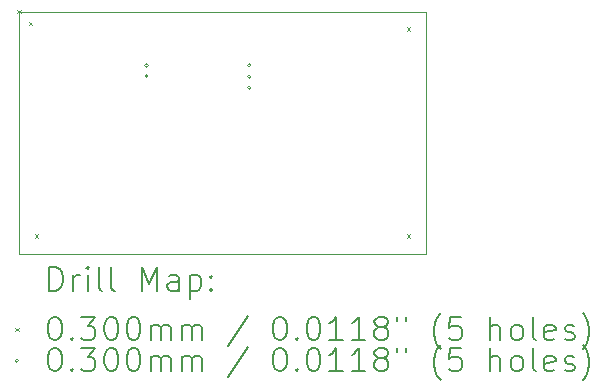
<source format=gbr>
%TF.GenerationSoftware,KiCad,Pcbnew,8.0.9*%
%TF.CreationDate,2025-11-28T12:00:50-05:00*%
%TF.ProjectId,greenenergyecu,67726565-6e65-46e6-9572-67796563752e,rev?*%
%TF.SameCoordinates,Original*%
%TF.FileFunction,Drillmap*%
%TF.FilePolarity,Positive*%
%FSLAX45Y45*%
G04 Gerber Fmt 4.5, Leading zero omitted, Abs format (unit mm)*
G04 Created by KiCad (PCBNEW 8.0.9) date 2025-11-28 12:00:50*
%MOMM*%
%LPD*%
G01*
G04 APERTURE LIST*
%ADD10C,0.050000*%
%ADD11C,0.200000*%
%ADD12C,0.100000*%
G04 APERTURE END LIST*
D10*
X0Y-4000D02*
X3450000Y-4000D01*
X3450000Y-2054000D01*
X0Y-2054000D01*
X0Y-4000D01*
D11*
D12*
X-15000Y11000D02*
X15000Y-19000D01*
X15000Y11000D02*
X-15000Y-19000D01*
X85000Y-89000D02*
X115000Y-119000D01*
X115000Y-89000D02*
X85000Y-119000D01*
X135000Y-1889000D02*
X165000Y-1919000D01*
X165000Y-1889000D02*
X135000Y-1919000D01*
X3285000Y-139000D02*
X3315000Y-169000D01*
X3315000Y-139000D02*
X3285000Y-169000D01*
X3285000Y-1889000D02*
X3315000Y-1919000D01*
X3315000Y-1889000D02*
X3285000Y-1919000D01*
X1095000Y-460000D02*
G75*
G02*
X1065000Y-460000I-15000J0D01*
G01*
X1065000Y-460000D02*
G75*
G02*
X1095000Y-460000I15000J0D01*
G01*
X1095000Y-550000D02*
G75*
G02*
X1065000Y-550000I-15000J0D01*
G01*
X1065000Y-550000D02*
G75*
G02*
X1095000Y-550000I15000J0D01*
G01*
X1965000Y-460000D02*
G75*
G02*
X1935000Y-460000I-15000J0D01*
G01*
X1935000Y-460000D02*
G75*
G02*
X1965000Y-460000I15000J0D01*
G01*
X1965000Y-555000D02*
G75*
G02*
X1935000Y-555000I-15000J0D01*
G01*
X1935000Y-555000D02*
G75*
G02*
X1965000Y-555000I15000J0D01*
G01*
X1965000Y-650000D02*
G75*
G02*
X1935000Y-650000I-15000J0D01*
G01*
X1935000Y-650000D02*
G75*
G02*
X1965000Y-650000I15000J0D01*
G01*
D11*
X258277Y-2367984D02*
X258277Y-2167984D01*
X258277Y-2167984D02*
X305896Y-2167984D01*
X305896Y-2167984D02*
X334467Y-2177508D01*
X334467Y-2177508D02*
X353515Y-2196555D01*
X353515Y-2196555D02*
X363039Y-2215603D01*
X363039Y-2215603D02*
X372562Y-2253698D01*
X372562Y-2253698D02*
X372562Y-2282270D01*
X372562Y-2282270D02*
X363039Y-2320365D01*
X363039Y-2320365D02*
X353515Y-2339412D01*
X353515Y-2339412D02*
X334467Y-2358460D01*
X334467Y-2358460D02*
X305896Y-2367984D01*
X305896Y-2367984D02*
X258277Y-2367984D01*
X458277Y-2367984D02*
X458277Y-2234650D01*
X458277Y-2272746D02*
X467801Y-2253698D01*
X467801Y-2253698D02*
X477324Y-2244174D01*
X477324Y-2244174D02*
X496372Y-2234650D01*
X496372Y-2234650D02*
X515420Y-2234650D01*
X582086Y-2367984D02*
X582086Y-2234650D01*
X582086Y-2167984D02*
X572563Y-2177508D01*
X572563Y-2177508D02*
X582086Y-2187031D01*
X582086Y-2187031D02*
X591610Y-2177508D01*
X591610Y-2177508D02*
X582086Y-2167984D01*
X582086Y-2167984D02*
X582086Y-2187031D01*
X705896Y-2367984D02*
X686848Y-2358460D01*
X686848Y-2358460D02*
X677324Y-2339412D01*
X677324Y-2339412D02*
X677324Y-2167984D01*
X810658Y-2367984D02*
X791610Y-2358460D01*
X791610Y-2358460D02*
X782086Y-2339412D01*
X782086Y-2339412D02*
X782086Y-2167984D01*
X1039229Y-2367984D02*
X1039229Y-2167984D01*
X1039229Y-2167984D02*
X1105896Y-2310841D01*
X1105896Y-2310841D02*
X1172563Y-2167984D01*
X1172563Y-2167984D02*
X1172563Y-2367984D01*
X1353515Y-2367984D02*
X1353515Y-2263222D01*
X1353515Y-2263222D02*
X1343991Y-2244174D01*
X1343991Y-2244174D02*
X1324944Y-2234650D01*
X1324944Y-2234650D02*
X1286848Y-2234650D01*
X1286848Y-2234650D02*
X1267801Y-2244174D01*
X1353515Y-2358460D02*
X1334467Y-2367984D01*
X1334467Y-2367984D02*
X1286848Y-2367984D01*
X1286848Y-2367984D02*
X1267801Y-2358460D01*
X1267801Y-2358460D02*
X1258277Y-2339412D01*
X1258277Y-2339412D02*
X1258277Y-2320365D01*
X1258277Y-2320365D02*
X1267801Y-2301317D01*
X1267801Y-2301317D02*
X1286848Y-2291793D01*
X1286848Y-2291793D02*
X1334467Y-2291793D01*
X1334467Y-2291793D02*
X1353515Y-2282270D01*
X1448753Y-2234650D02*
X1448753Y-2434650D01*
X1448753Y-2244174D02*
X1467801Y-2234650D01*
X1467801Y-2234650D02*
X1505896Y-2234650D01*
X1505896Y-2234650D02*
X1524943Y-2244174D01*
X1524943Y-2244174D02*
X1534467Y-2253698D01*
X1534467Y-2253698D02*
X1543991Y-2272746D01*
X1543991Y-2272746D02*
X1543991Y-2329889D01*
X1543991Y-2329889D02*
X1534467Y-2348936D01*
X1534467Y-2348936D02*
X1524943Y-2358460D01*
X1524943Y-2358460D02*
X1505896Y-2367984D01*
X1505896Y-2367984D02*
X1467801Y-2367984D01*
X1467801Y-2367984D02*
X1448753Y-2358460D01*
X1629705Y-2348936D02*
X1639229Y-2358460D01*
X1639229Y-2358460D02*
X1629705Y-2367984D01*
X1629705Y-2367984D02*
X1620182Y-2358460D01*
X1620182Y-2358460D02*
X1629705Y-2348936D01*
X1629705Y-2348936D02*
X1629705Y-2367984D01*
X1629705Y-2244174D02*
X1639229Y-2253698D01*
X1639229Y-2253698D02*
X1629705Y-2263222D01*
X1629705Y-2263222D02*
X1620182Y-2253698D01*
X1620182Y-2253698D02*
X1629705Y-2244174D01*
X1629705Y-2244174D02*
X1629705Y-2263222D01*
D12*
X-32500Y-2681500D02*
X-2500Y-2711500D01*
X-2500Y-2681500D02*
X-32500Y-2711500D01*
D11*
X296372Y-2587984D02*
X315420Y-2587984D01*
X315420Y-2587984D02*
X334467Y-2597508D01*
X334467Y-2597508D02*
X343991Y-2607031D01*
X343991Y-2607031D02*
X353515Y-2626079D01*
X353515Y-2626079D02*
X363039Y-2664174D01*
X363039Y-2664174D02*
X363039Y-2711793D01*
X363039Y-2711793D02*
X353515Y-2749889D01*
X353515Y-2749889D02*
X343991Y-2768936D01*
X343991Y-2768936D02*
X334467Y-2778460D01*
X334467Y-2778460D02*
X315420Y-2787984D01*
X315420Y-2787984D02*
X296372Y-2787984D01*
X296372Y-2787984D02*
X277324Y-2778460D01*
X277324Y-2778460D02*
X267801Y-2768936D01*
X267801Y-2768936D02*
X258277Y-2749889D01*
X258277Y-2749889D02*
X248753Y-2711793D01*
X248753Y-2711793D02*
X248753Y-2664174D01*
X248753Y-2664174D02*
X258277Y-2626079D01*
X258277Y-2626079D02*
X267801Y-2607031D01*
X267801Y-2607031D02*
X277324Y-2597508D01*
X277324Y-2597508D02*
X296372Y-2587984D01*
X448753Y-2768936D02*
X458277Y-2778460D01*
X458277Y-2778460D02*
X448753Y-2787984D01*
X448753Y-2787984D02*
X439229Y-2778460D01*
X439229Y-2778460D02*
X448753Y-2768936D01*
X448753Y-2768936D02*
X448753Y-2787984D01*
X524944Y-2587984D02*
X648753Y-2587984D01*
X648753Y-2587984D02*
X582086Y-2664174D01*
X582086Y-2664174D02*
X610658Y-2664174D01*
X610658Y-2664174D02*
X629705Y-2673698D01*
X629705Y-2673698D02*
X639229Y-2683222D01*
X639229Y-2683222D02*
X648753Y-2702270D01*
X648753Y-2702270D02*
X648753Y-2749889D01*
X648753Y-2749889D02*
X639229Y-2768936D01*
X639229Y-2768936D02*
X629705Y-2778460D01*
X629705Y-2778460D02*
X610658Y-2787984D01*
X610658Y-2787984D02*
X553515Y-2787984D01*
X553515Y-2787984D02*
X534467Y-2778460D01*
X534467Y-2778460D02*
X524944Y-2768936D01*
X772562Y-2587984D02*
X791610Y-2587984D01*
X791610Y-2587984D02*
X810658Y-2597508D01*
X810658Y-2597508D02*
X820182Y-2607031D01*
X820182Y-2607031D02*
X829705Y-2626079D01*
X829705Y-2626079D02*
X839229Y-2664174D01*
X839229Y-2664174D02*
X839229Y-2711793D01*
X839229Y-2711793D02*
X829705Y-2749889D01*
X829705Y-2749889D02*
X820182Y-2768936D01*
X820182Y-2768936D02*
X810658Y-2778460D01*
X810658Y-2778460D02*
X791610Y-2787984D01*
X791610Y-2787984D02*
X772562Y-2787984D01*
X772562Y-2787984D02*
X753515Y-2778460D01*
X753515Y-2778460D02*
X743991Y-2768936D01*
X743991Y-2768936D02*
X734467Y-2749889D01*
X734467Y-2749889D02*
X724943Y-2711793D01*
X724943Y-2711793D02*
X724943Y-2664174D01*
X724943Y-2664174D02*
X734467Y-2626079D01*
X734467Y-2626079D02*
X743991Y-2607031D01*
X743991Y-2607031D02*
X753515Y-2597508D01*
X753515Y-2597508D02*
X772562Y-2587984D01*
X963039Y-2587984D02*
X982086Y-2587984D01*
X982086Y-2587984D02*
X1001134Y-2597508D01*
X1001134Y-2597508D02*
X1010658Y-2607031D01*
X1010658Y-2607031D02*
X1020182Y-2626079D01*
X1020182Y-2626079D02*
X1029705Y-2664174D01*
X1029705Y-2664174D02*
X1029705Y-2711793D01*
X1029705Y-2711793D02*
X1020182Y-2749889D01*
X1020182Y-2749889D02*
X1010658Y-2768936D01*
X1010658Y-2768936D02*
X1001134Y-2778460D01*
X1001134Y-2778460D02*
X982086Y-2787984D01*
X982086Y-2787984D02*
X963039Y-2787984D01*
X963039Y-2787984D02*
X943991Y-2778460D01*
X943991Y-2778460D02*
X934467Y-2768936D01*
X934467Y-2768936D02*
X924943Y-2749889D01*
X924943Y-2749889D02*
X915420Y-2711793D01*
X915420Y-2711793D02*
X915420Y-2664174D01*
X915420Y-2664174D02*
X924943Y-2626079D01*
X924943Y-2626079D02*
X934467Y-2607031D01*
X934467Y-2607031D02*
X943991Y-2597508D01*
X943991Y-2597508D02*
X963039Y-2587984D01*
X1115420Y-2787984D02*
X1115420Y-2654650D01*
X1115420Y-2673698D02*
X1124944Y-2664174D01*
X1124944Y-2664174D02*
X1143991Y-2654650D01*
X1143991Y-2654650D02*
X1172563Y-2654650D01*
X1172563Y-2654650D02*
X1191610Y-2664174D01*
X1191610Y-2664174D02*
X1201134Y-2683222D01*
X1201134Y-2683222D02*
X1201134Y-2787984D01*
X1201134Y-2683222D02*
X1210658Y-2664174D01*
X1210658Y-2664174D02*
X1229705Y-2654650D01*
X1229705Y-2654650D02*
X1258277Y-2654650D01*
X1258277Y-2654650D02*
X1277325Y-2664174D01*
X1277325Y-2664174D02*
X1286848Y-2683222D01*
X1286848Y-2683222D02*
X1286848Y-2787984D01*
X1382086Y-2787984D02*
X1382086Y-2654650D01*
X1382086Y-2673698D02*
X1391610Y-2664174D01*
X1391610Y-2664174D02*
X1410658Y-2654650D01*
X1410658Y-2654650D02*
X1439229Y-2654650D01*
X1439229Y-2654650D02*
X1458277Y-2664174D01*
X1458277Y-2664174D02*
X1467801Y-2683222D01*
X1467801Y-2683222D02*
X1467801Y-2787984D01*
X1467801Y-2683222D02*
X1477324Y-2664174D01*
X1477324Y-2664174D02*
X1496372Y-2654650D01*
X1496372Y-2654650D02*
X1524943Y-2654650D01*
X1524943Y-2654650D02*
X1543991Y-2664174D01*
X1543991Y-2664174D02*
X1553515Y-2683222D01*
X1553515Y-2683222D02*
X1553515Y-2787984D01*
X1943991Y-2578460D02*
X1772563Y-2835603D01*
X2201134Y-2587984D02*
X2220182Y-2587984D01*
X2220182Y-2587984D02*
X2239229Y-2597508D01*
X2239229Y-2597508D02*
X2248753Y-2607031D01*
X2248753Y-2607031D02*
X2258277Y-2626079D01*
X2258277Y-2626079D02*
X2267801Y-2664174D01*
X2267801Y-2664174D02*
X2267801Y-2711793D01*
X2267801Y-2711793D02*
X2258277Y-2749889D01*
X2258277Y-2749889D02*
X2248753Y-2768936D01*
X2248753Y-2768936D02*
X2239229Y-2778460D01*
X2239229Y-2778460D02*
X2220182Y-2787984D01*
X2220182Y-2787984D02*
X2201134Y-2787984D01*
X2201134Y-2787984D02*
X2182087Y-2778460D01*
X2182087Y-2778460D02*
X2172563Y-2768936D01*
X2172563Y-2768936D02*
X2163039Y-2749889D01*
X2163039Y-2749889D02*
X2153515Y-2711793D01*
X2153515Y-2711793D02*
X2153515Y-2664174D01*
X2153515Y-2664174D02*
X2163039Y-2626079D01*
X2163039Y-2626079D02*
X2172563Y-2607031D01*
X2172563Y-2607031D02*
X2182087Y-2597508D01*
X2182087Y-2597508D02*
X2201134Y-2587984D01*
X2353515Y-2768936D02*
X2363039Y-2778460D01*
X2363039Y-2778460D02*
X2353515Y-2787984D01*
X2353515Y-2787984D02*
X2343991Y-2778460D01*
X2343991Y-2778460D02*
X2353515Y-2768936D01*
X2353515Y-2768936D02*
X2353515Y-2787984D01*
X2486848Y-2587984D02*
X2505896Y-2587984D01*
X2505896Y-2587984D02*
X2524944Y-2597508D01*
X2524944Y-2597508D02*
X2534468Y-2607031D01*
X2534468Y-2607031D02*
X2543991Y-2626079D01*
X2543991Y-2626079D02*
X2553515Y-2664174D01*
X2553515Y-2664174D02*
X2553515Y-2711793D01*
X2553515Y-2711793D02*
X2543991Y-2749889D01*
X2543991Y-2749889D02*
X2534468Y-2768936D01*
X2534468Y-2768936D02*
X2524944Y-2778460D01*
X2524944Y-2778460D02*
X2505896Y-2787984D01*
X2505896Y-2787984D02*
X2486848Y-2787984D01*
X2486848Y-2787984D02*
X2467801Y-2778460D01*
X2467801Y-2778460D02*
X2458277Y-2768936D01*
X2458277Y-2768936D02*
X2448753Y-2749889D01*
X2448753Y-2749889D02*
X2439229Y-2711793D01*
X2439229Y-2711793D02*
X2439229Y-2664174D01*
X2439229Y-2664174D02*
X2448753Y-2626079D01*
X2448753Y-2626079D02*
X2458277Y-2607031D01*
X2458277Y-2607031D02*
X2467801Y-2597508D01*
X2467801Y-2597508D02*
X2486848Y-2587984D01*
X2743991Y-2787984D02*
X2629706Y-2787984D01*
X2686848Y-2787984D02*
X2686848Y-2587984D01*
X2686848Y-2587984D02*
X2667801Y-2616555D01*
X2667801Y-2616555D02*
X2648753Y-2635603D01*
X2648753Y-2635603D02*
X2629706Y-2645127D01*
X2934467Y-2787984D02*
X2820182Y-2787984D01*
X2877325Y-2787984D02*
X2877325Y-2587984D01*
X2877325Y-2587984D02*
X2858277Y-2616555D01*
X2858277Y-2616555D02*
X2839229Y-2635603D01*
X2839229Y-2635603D02*
X2820182Y-2645127D01*
X3048753Y-2673698D02*
X3029706Y-2664174D01*
X3029706Y-2664174D02*
X3020182Y-2654650D01*
X3020182Y-2654650D02*
X3010658Y-2635603D01*
X3010658Y-2635603D02*
X3010658Y-2626079D01*
X3010658Y-2626079D02*
X3020182Y-2607031D01*
X3020182Y-2607031D02*
X3029706Y-2597508D01*
X3029706Y-2597508D02*
X3048753Y-2587984D01*
X3048753Y-2587984D02*
X3086848Y-2587984D01*
X3086848Y-2587984D02*
X3105896Y-2597508D01*
X3105896Y-2597508D02*
X3115420Y-2607031D01*
X3115420Y-2607031D02*
X3124944Y-2626079D01*
X3124944Y-2626079D02*
X3124944Y-2635603D01*
X3124944Y-2635603D02*
X3115420Y-2654650D01*
X3115420Y-2654650D02*
X3105896Y-2664174D01*
X3105896Y-2664174D02*
X3086848Y-2673698D01*
X3086848Y-2673698D02*
X3048753Y-2673698D01*
X3048753Y-2673698D02*
X3029706Y-2683222D01*
X3029706Y-2683222D02*
X3020182Y-2692746D01*
X3020182Y-2692746D02*
X3010658Y-2711793D01*
X3010658Y-2711793D02*
X3010658Y-2749889D01*
X3010658Y-2749889D02*
X3020182Y-2768936D01*
X3020182Y-2768936D02*
X3029706Y-2778460D01*
X3029706Y-2778460D02*
X3048753Y-2787984D01*
X3048753Y-2787984D02*
X3086848Y-2787984D01*
X3086848Y-2787984D02*
X3105896Y-2778460D01*
X3105896Y-2778460D02*
X3115420Y-2768936D01*
X3115420Y-2768936D02*
X3124944Y-2749889D01*
X3124944Y-2749889D02*
X3124944Y-2711793D01*
X3124944Y-2711793D02*
X3115420Y-2692746D01*
X3115420Y-2692746D02*
X3105896Y-2683222D01*
X3105896Y-2683222D02*
X3086848Y-2673698D01*
X3201134Y-2587984D02*
X3201134Y-2626079D01*
X3277325Y-2587984D02*
X3277325Y-2626079D01*
X3572563Y-2864174D02*
X3563039Y-2854650D01*
X3563039Y-2854650D02*
X3543991Y-2826079D01*
X3543991Y-2826079D02*
X3534468Y-2807031D01*
X3534468Y-2807031D02*
X3524944Y-2778460D01*
X3524944Y-2778460D02*
X3515420Y-2730841D01*
X3515420Y-2730841D02*
X3515420Y-2692746D01*
X3515420Y-2692746D02*
X3524944Y-2645127D01*
X3524944Y-2645127D02*
X3534468Y-2616555D01*
X3534468Y-2616555D02*
X3543991Y-2597508D01*
X3543991Y-2597508D02*
X3563039Y-2568936D01*
X3563039Y-2568936D02*
X3572563Y-2559412D01*
X3743991Y-2587984D02*
X3648753Y-2587984D01*
X3648753Y-2587984D02*
X3639229Y-2683222D01*
X3639229Y-2683222D02*
X3648753Y-2673698D01*
X3648753Y-2673698D02*
X3667801Y-2664174D01*
X3667801Y-2664174D02*
X3715420Y-2664174D01*
X3715420Y-2664174D02*
X3734468Y-2673698D01*
X3734468Y-2673698D02*
X3743991Y-2683222D01*
X3743991Y-2683222D02*
X3753515Y-2702270D01*
X3753515Y-2702270D02*
X3753515Y-2749889D01*
X3753515Y-2749889D02*
X3743991Y-2768936D01*
X3743991Y-2768936D02*
X3734468Y-2778460D01*
X3734468Y-2778460D02*
X3715420Y-2787984D01*
X3715420Y-2787984D02*
X3667801Y-2787984D01*
X3667801Y-2787984D02*
X3648753Y-2778460D01*
X3648753Y-2778460D02*
X3639229Y-2768936D01*
X3991610Y-2787984D02*
X3991610Y-2587984D01*
X4077325Y-2787984D02*
X4077325Y-2683222D01*
X4077325Y-2683222D02*
X4067801Y-2664174D01*
X4067801Y-2664174D02*
X4048753Y-2654650D01*
X4048753Y-2654650D02*
X4020182Y-2654650D01*
X4020182Y-2654650D02*
X4001134Y-2664174D01*
X4001134Y-2664174D02*
X3991610Y-2673698D01*
X4201134Y-2787984D02*
X4182087Y-2778460D01*
X4182087Y-2778460D02*
X4172563Y-2768936D01*
X4172563Y-2768936D02*
X4163039Y-2749889D01*
X4163039Y-2749889D02*
X4163039Y-2692746D01*
X4163039Y-2692746D02*
X4172563Y-2673698D01*
X4172563Y-2673698D02*
X4182087Y-2664174D01*
X4182087Y-2664174D02*
X4201134Y-2654650D01*
X4201134Y-2654650D02*
X4229706Y-2654650D01*
X4229706Y-2654650D02*
X4248753Y-2664174D01*
X4248753Y-2664174D02*
X4258277Y-2673698D01*
X4258277Y-2673698D02*
X4267801Y-2692746D01*
X4267801Y-2692746D02*
X4267801Y-2749889D01*
X4267801Y-2749889D02*
X4258277Y-2768936D01*
X4258277Y-2768936D02*
X4248753Y-2778460D01*
X4248753Y-2778460D02*
X4229706Y-2787984D01*
X4229706Y-2787984D02*
X4201134Y-2787984D01*
X4382087Y-2787984D02*
X4363039Y-2778460D01*
X4363039Y-2778460D02*
X4353515Y-2759412D01*
X4353515Y-2759412D02*
X4353515Y-2587984D01*
X4534468Y-2778460D02*
X4515420Y-2787984D01*
X4515420Y-2787984D02*
X4477325Y-2787984D01*
X4477325Y-2787984D02*
X4458277Y-2778460D01*
X4458277Y-2778460D02*
X4448753Y-2759412D01*
X4448753Y-2759412D02*
X4448753Y-2683222D01*
X4448753Y-2683222D02*
X4458277Y-2664174D01*
X4458277Y-2664174D02*
X4477325Y-2654650D01*
X4477325Y-2654650D02*
X4515420Y-2654650D01*
X4515420Y-2654650D02*
X4534468Y-2664174D01*
X4534468Y-2664174D02*
X4543992Y-2683222D01*
X4543992Y-2683222D02*
X4543992Y-2702270D01*
X4543992Y-2702270D02*
X4448753Y-2721317D01*
X4620182Y-2778460D02*
X4639230Y-2787984D01*
X4639230Y-2787984D02*
X4677325Y-2787984D01*
X4677325Y-2787984D02*
X4696373Y-2778460D01*
X4696373Y-2778460D02*
X4705896Y-2759412D01*
X4705896Y-2759412D02*
X4705896Y-2749889D01*
X4705896Y-2749889D02*
X4696373Y-2730841D01*
X4696373Y-2730841D02*
X4677325Y-2721317D01*
X4677325Y-2721317D02*
X4648753Y-2721317D01*
X4648753Y-2721317D02*
X4629706Y-2711793D01*
X4629706Y-2711793D02*
X4620182Y-2692746D01*
X4620182Y-2692746D02*
X4620182Y-2683222D01*
X4620182Y-2683222D02*
X4629706Y-2664174D01*
X4629706Y-2664174D02*
X4648753Y-2654650D01*
X4648753Y-2654650D02*
X4677325Y-2654650D01*
X4677325Y-2654650D02*
X4696373Y-2664174D01*
X4772563Y-2864174D02*
X4782087Y-2854650D01*
X4782087Y-2854650D02*
X4801134Y-2826079D01*
X4801134Y-2826079D02*
X4810658Y-2807031D01*
X4810658Y-2807031D02*
X4820182Y-2778460D01*
X4820182Y-2778460D02*
X4829706Y-2730841D01*
X4829706Y-2730841D02*
X4829706Y-2692746D01*
X4829706Y-2692746D02*
X4820182Y-2645127D01*
X4820182Y-2645127D02*
X4810658Y-2616555D01*
X4810658Y-2616555D02*
X4801134Y-2597508D01*
X4801134Y-2597508D02*
X4782087Y-2568936D01*
X4782087Y-2568936D02*
X4772563Y-2559412D01*
D12*
X-2500Y-2960500D02*
G75*
G02*
X-32500Y-2960500I-15000J0D01*
G01*
X-32500Y-2960500D02*
G75*
G02*
X-2500Y-2960500I15000J0D01*
G01*
D11*
X296372Y-2851984D02*
X315420Y-2851984D01*
X315420Y-2851984D02*
X334467Y-2861508D01*
X334467Y-2861508D02*
X343991Y-2871031D01*
X343991Y-2871031D02*
X353515Y-2890079D01*
X353515Y-2890079D02*
X363039Y-2928174D01*
X363039Y-2928174D02*
X363039Y-2975793D01*
X363039Y-2975793D02*
X353515Y-3013888D01*
X353515Y-3013888D02*
X343991Y-3032936D01*
X343991Y-3032936D02*
X334467Y-3042460D01*
X334467Y-3042460D02*
X315420Y-3051984D01*
X315420Y-3051984D02*
X296372Y-3051984D01*
X296372Y-3051984D02*
X277324Y-3042460D01*
X277324Y-3042460D02*
X267801Y-3032936D01*
X267801Y-3032936D02*
X258277Y-3013888D01*
X258277Y-3013888D02*
X248753Y-2975793D01*
X248753Y-2975793D02*
X248753Y-2928174D01*
X248753Y-2928174D02*
X258277Y-2890079D01*
X258277Y-2890079D02*
X267801Y-2871031D01*
X267801Y-2871031D02*
X277324Y-2861508D01*
X277324Y-2861508D02*
X296372Y-2851984D01*
X448753Y-3032936D02*
X458277Y-3042460D01*
X458277Y-3042460D02*
X448753Y-3051984D01*
X448753Y-3051984D02*
X439229Y-3042460D01*
X439229Y-3042460D02*
X448753Y-3032936D01*
X448753Y-3032936D02*
X448753Y-3051984D01*
X524944Y-2851984D02*
X648753Y-2851984D01*
X648753Y-2851984D02*
X582086Y-2928174D01*
X582086Y-2928174D02*
X610658Y-2928174D01*
X610658Y-2928174D02*
X629705Y-2937698D01*
X629705Y-2937698D02*
X639229Y-2947222D01*
X639229Y-2947222D02*
X648753Y-2966269D01*
X648753Y-2966269D02*
X648753Y-3013888D01*
X648753Y-3013888D02*
X639229Y-3032936D01*
X639229Y-3032936D02*
X629705Y-3042460D01*
X629705Y-3042460D02*
X610658Y-3051984D01*
X610658Y-3051984D02*
X553515Y-3051984D01*
X553515Y-3051984D02*
X534467Y-3042460D01*
X534467Y-3042460D02*
X524944Y-3032936D01*
X772562Y-2851984D02*
X791610Y-2851984D01*
X791610Y-2851984D02*
X810658Y-2861508D01*
X810658Y-2861508D02*
X820182Y-2871031D01*
X820182Y-2871031D02*
X829705Y-2890079D01*
X829705Y-2890079D02*
X839229Y-2928174D01*
X839229Y-2928174D02*
X839229Y-2975793D01*
X839229Y-2975793D02*
X829705Y-3013888D01*
X829705Y-3013888D02*
X820182Y-3032936D01*
X820182Y-3032936D02*
X810658Y-3042460D01*
X810658Y-3042460D02*
X791610Y-3051984D01*
X791610Y-3051984D02*
X772562Y-3051984D01*
X772562Y-3051984D02*
X753515Y-3042460D01*
X753515Y-3042460D02*
X743991Y-3032936D01*
X743991Y-3032936D02*
X734467Y-3013888D01*
X734467Y-3013888D02*
X724943Y-2975793D01*
X724943Y-2975793D02*
X724943Y-2928174D01*
X724943Y-2928174D02*
X734467Y-2890079D01*
X734467Y-2890079D02*
X743991Y-2871031D01*
X743991Y-2871031D02*
X753515Y-2861508D01*
X753515Y-2861508D02*
X772562Y-2851984D01*
X963039Y-2851984D02*
X982086Y-2851984D01*
X982086Y-2851984D02*
X1001134Y-2861508D01*
X1001134Y-2861508D02*
X1010658Y-2871031D01*
X1010658Y-2871031D02*
X1020182Y-2890079D01*
X1020182Y-2890079D02*
X1029705Y-2928174D01*
X1029705Y-2928174D02*
X1029705Y-2975793D01*
X1029705Y-2975793D02*
X1020182Y-3013888D01*
X1020182Y-3013888D02*
X1010658Y-3032936D01*
X1010658Y-3032936D02*
X1001134Y-3042460D01*
X1001134Y-3042460D02*
X982086Y-3051984D01*
X982086Y-3051984D02*
X963039Y-3051984D01*
X963039Y-3051984D02*
X943991Y-3042460D01*
X943991Y-3042460D02*
X934467Y-3032936D01*
X934467Y-3032936D02*
X924943Y-3013888D01*
X924943Y-3013888D02*
X915420Y-2975793D01*
X915420Y-2975793D02*
X915420Y-2928174D01*
X915420Y-2928174D02*
X924943Y-2890079D01*
X924943Y-2890079D02*
X934467Y-2871031D01*
X934467Y-2871031D02*
X943991Y-2861508D01*
X943991Y-2861508D02*
X963039Y-2851984D01*
X1115420Y-3051984D02*
X1115420Y-2918650D01*
X1115420Y-2937698D02*
X1124944Y-2928174D01*
X1124944Y-2928174D02*
X1143991Y-2918650D01*
X1143991Y-2918650D02*
X1172563Y-2918650D01*
X1172563Y-2918650D02*
X1191610Y-2928174D01*
X1191610Y-2928174D02*
X1201134Y-2947222D01*
X1201134Y-2947222D02*
X1201134Y-3051984D01*
X1201134Y-2947222D02*
X1210658Y-2928174D01*
X1210658Y-2928174D02*
X1229705Y-2918650D01*
X1229705Y-2918650D02*
X1258277Y-2918650D01*
X1258277Y-2918650D02*
X1277325Y-2928174D01*
X1277325Y-2928174D02*
X1286848Y-2947222D01*
X1286848Y-2947222D02*
X1286848Y-3051984D01*
X1382086Y-3051984D02*
X1382086Y-2918650D01*
X1382086Y-2937698D02*
X1391610Y-2928174D01*
X1391610Y-2928174D02*
X1410658Y-2918650D01*
X1410658Y-2918650D02*
X1439229Y-2918650D01*
X1439229Y-2918650D02*
X1458277Y-2928174D01*
X1458277Y-2928174D02*
X1467801Y-2947222D01*
X1467801Y-2947222D02*
X1467801Y-3051984D01*
X1467801Y-2947222D02*
X1477324Y-2928174D01*
X1477324Y-2928174D02*
X1496372Y-2918650D01*
X1496372Y-2918650D02*
X1524943Y-2918650D01*
X1524943Y-2918650D02*
X1543991Y-2928174D01*
X1543991Y-2928174D02*
X1553515Y-2947222D01*
X1553515Y-2947222D02*
X1553515Y-3051984D01*
X1943991Y-2842460D02*
X1772563Y-3099603D01*
X2201134Y-2851984D02*
X2220182Y-2851984D01*
X2220182Y-2851984D02*
X2239229Y-2861508D01*
X2239229Y-2861508D02*
X2248753Y-2871031D01*
X2248753Y-2871031D02*
X2258277Y-2890079D01*
X2258277Y-2890079D02*
X2267801Y-2928174D01*
X2267801Y-2928174D02*
X2267801Y-2975793D01*
X2267801Y-2975793D02*
X2258277Y-3013888D01*
X2258277Y-3013888D02*
X2248753Y-3032936D01*
X2248753Y-3032936D02*
X2239229Y-3042460D01*
X2239229Y-3042460D02*
X2220182Y-3051984D01*
X2220182Y-3051984D02*
X2201134Y-3051984D01*
X2201134Y-3051984D02*
X2182087Y-3042460D01*
X2182087Y-3042460D02*
X2172563Y-3032936D01*
X2172563Y-3032936D02*
X2163039Y-3013888D01*
X2163039Y-3013888D02*
X2153515Y-2975793D01*
X2153515Y-2975793D02*
X2153515Y-2928174D01*
X2153515Y-2928174D02*
X2163039Y-2890079D01*
X2163039Y-2890079D02*
X2172563Y-2871031D01*
X2172563Y-2871031D02*
X2182087Y-2861508D01*
X2182087Y-2861508D02*
X2201134Y-2851984D01*
X2353515Y-3032936D02*
X2363039Y-3042460D01*
X2363039Y-3042460D02*
X2353515Y-3051984D01*
X2353515Y-3051984D02*
X2343991Y-3042460D01*
X2343991Y-3042460D02*
X2353515Y-3032936D01*
X2353515Y-3032936D02*
X2353515Y-3051984D01*
X2486848Y-2851984D02*
X2505896Y-2851984D01*
X2505896Y-2851984D02*
X2524944Y-2861508D01*
X2524944Y-2861508D02*
X2534468Y-2871031D01*
X2534468Y-2871031D02*
X2543991Y-2890079D01*
X2543991Y-2890079D02*
X2553515Y-2928174D01*
X2553515Y-2928174D02*
X2553515Y-2975793D01*
X2553515Y-2975793D02*
X2543991Y-3013888D01*
X2543991Y-3013888D02*
X2534468Y-3032936D01*
X2534468Y-3032936D02*
X2524944Y-3042460D01*
X2524944Y-3042460D02*
X2505896Y-3051984D01*
X2505896Y-3051984D02*
X2486848Y-3051984D01*
X2486848Y-3051984D02*
X2467801Y-3042460D01*
X2467801Y-3042460D02*
X2458277Y-3032936D01*
X2458277Y-3032936D02*
X2448753Y-3013888D01*
X2448753Y-3013888D02*
X2439229Y-2975793D01*
X2439229Y-2975793D02*
X2439229Y-2928174D01*
X2439229Y-2928174D02*
X2448753Y-2890079D01*
X2448753Y-2890079D02*
X2458277Y-2871031D01*
X2458277Y-2871031D02*
X2467801Y-2861508D01*
X2467801Y-2861508D02*
X2486848Y-2851984D01*
X2743991Y-3051984D02*
X2629706Y-3051984D01*
X2686848Y-3051984D02*
X2686848Y-2851984D01*
X2686848Y-2851984D02*
X2667801Y-2880555D01*
X2667801Y-2880555D02*
X2648753Y-2899603D01*
X2648753Y-2899603D02*
X2629706Y-2909127D01*
X2934467Y-3051984D02*
X2820182Y-3051984D01*
X2877325Y-3051984D02*
X2877325Y-2851984D01*
X2877325Y-2851984D02*
X2858277Y-2880555D01*
X2858277Y-2880555D02*
X2839229Y-2899603D01*
X2839229Y-2899603D02*
X2820182Y-2909127D01*
X3048753Y-2937698D02*
X3029706Y-2928174D01*
X3029706Y-2928174D02*
X3020182Y-2918650D01*
X3020182Y-2918650D02*
X3010658Y-2899603D01*
X3010658Y-2899603D02*
X3010658Y-2890079D01*
X3010658Y-2890079D02*
X3020182Y-2871031D01*
X3020182Y-2871031D02*
X3029706Y-2861508D01*
X3029706Y-2861508D02*
X3048753Y-2851984D01*
X3048753Y-2851984D02*
X3086848Y-2851984D01*
X3086848Y-2851984D02*
X3105896Y-2861508D01*
X3105896Y-2861508D02*
X3115420Y-2871031D01*
X3115420Y-2871031D02*
X3124944Y-2890079D01*
X3124944Y-2890079D02*
X3124944Y-2899603D01*
X3124944Y-2899603D02*
X3115420Y-2918650D01*
X3115420Y-2918650D02*
X3105896Y-2928174D01*
X3105896Y-2928174D02*
X3086848Y-2937698D01*
X3086848Y-2937698D02*
X3048753Y-2937698D01*
X3048753Y-2937698D02*
X3029706Y-2947222D01*
X3029706Y-2947222D02*
X3020182Y-2956746D01*
X3020182Y-2956746D02*
X3010658Y-2975793D01*
X3010658Y-2975793D02*
X3010658Y-3013888D01*
X3010658Y-3013888D02*
X3020182Y-3032936D01*
X3020182Y-3032936D02*
X3029706Y-3042460D01*
X3029706Y-3042460D02*
X3048753Y-3051984D01*
X3048753Y-3051984D02*
X3086848Y-3051984D01*
X3086848Y-3051984D02*
X3105896Y-3042460D01*
X3105896Y-3042460D02*
X3115420Y-3032936D01*
X3115420Y-3032936D02*
X3124944Y-3013888D01*
X3124944Y-3013888D02*
X3124944Y-2975793D01*
X3124944Y-2975793D02*
X3115420Y-2956746D01*
X3115420Y-2956746D02*
X3105896Y-2947222D01*
X3105896Y-2947222D02*
X3086848Y-2937698D01*
X3201134Y-2851984D02*
X3201134Y-2890079D01*
X3277325Y-2851984D02*
X3277325Y-2890079D01*
X3572563Y-3128174D02*
X3563039Y-3118650D01*
X3563039Y-3118650D02*
X3543991Y-3090079D01*
X3543991Y-3090079D02*
X3534468Y-3071031D01*
X3534468Y-3071031D02*
X3524944Y-3042460D01*
X3524944Y-3042460D02*
X3515420Y-2994841D01*
X3515420Y-2994841D02*
X3515420Y-2956746D01*
X3515420Y-2956746D02*
X3524944Y-2909127D01*
X3524944Y-2909127D02*
X3534468Y-2880555D01*
X3534468Y-2880555D02*
X3543991Y-2861508D01*
X3543991Y-2861508D02*
X3563039Y-2832936D01*
X3563039Y-2832936D02*
X3572563Y-2823412D01*
X3743991Y-2851984D02*
X3648753Y-2851984D01*
X3648753Y-2851984D02*
X3639229Y-2947222D01*
X3639229Y-2947222D02*
X3648753Y-2937698D01*
X3648753Y-2937698D02*
X3667801Y-2928174D01*
X3667801Y-2928174D02*
X3715420Y-2928174D01*
X3715420Y-2928174D02*
X3734468Y-2937698D01*
X3734468Y-2937698D02*
X3743991Y-2947222D01*
X3743991Y-2947222D02*
X3753515Y-2966269D01*
X3753515Y-2966269D02*
X3753515Y-3013888D01*
X3753515Y-3013888D02*
X3743991Y-3032936D01*
X3743991Y-3032936D02*
X3734468Y-3042460D01*
X3734468Y-3042460D02*
X3715420Y-3051984D01*
X3715420Y-3051984D02*
X3667801Y-3051984D01*
X3667801Y-3051984D02*
X3648753Y-3042460D01*
X3648753Y-3042460D02*
X3639229Y-3032936D01*
X3991610Y-3051984D02*
X3991610Y-2851984D01*
X4077325Y-3051984D02*
X4077325Y-2947222D01*
X4077325Y-2947222D02*
X4067801Y-2928174D01*
X4067801Y-2928174D02*
X4048753Y-2918650D01*
X4048753Y-2918650D02*
X4020182Y-2918650D01*
X4020182Y-2918650D02*
X4001134Y-2928174D01*
X4001134Y-2928174D02*
X3991610Y-2937698D01*
X4201134Y-3051984D02*
X4182087Y-3042460D01*
X4182087Y-3042460D02*
X4172563Y-3032936D01*
X4172563Y-3032936D02*
X4163039Y-3013888D01*
X4163039Y-3013888D02*
X4163039Y-2956746D01*
X4163039Y-2956746D02*
X4172563Y-2937698D01*
X4172563Y-2937698D02*
X4182087Y-2928174D01*
X4182087Y-2928174D02*
X4201134Y-2918650D01*
X4201134Y-2918650D02*
X4229706Y-2918650D01*
X4229706Y-2918650D02*
X4248753Y-2928174D01*
X4248753Y-2928174D02*
X4258277Y-2937698D01*
X4258277Y-2937698D02*
X4267801Y-2956746D01*
X4267801Y-2956746D02*
X4267801Y-3013888D01*
X4267801Y-3013888D02*
X4258277Y-3032936D01*
X4258277Y-3032936D02*
X4248753Y-3042460D01*
X4248753Y-3042460D02*
X4229706Y-3051984D01*
X4229706Y-3051984D02*
X4201134Y-3051984D01*
X4382087Y-3051984D02*
X4363039Y-3042460D01*
X4363039Y-3042460D02*
X4353515Y-3023412D01*
X4353515Y-3023412D02*
X4353515Y-2851984D01*
X4534468Y-3042460D02*
X4515420Y-3051984D01*
X4515420Y-3051984D02*
X4477325Y-3051984D01*
X4477325Y-3051984D02*
X4458277Y-3042460D01*
X4458277Y-3042460D02*
X4448753Y-3023412D01*
X4448753Y-3023412D02*
X4448753Y-2947222D01*
X4448753Y-2947222D02*
X4458277Y-2928174D01*
X4458277Y-2928174D02*
X4477325Y-2918650D01*
X4477325Y-2918650D02*
X4515420Y-2918650D01*
X4515420Y-2918650D02*
X4534468Y-2928174D01*
X4534468Y-2928174D02*
X4543992Y-2947222D01*
X4543992Y-2947222D02*
X4543992Y-2966269D01*
X4543992Y-2966269D02*
X4448753Y-2985317D01*
X4620182Y-3042460D02*
X4639230Y-3051984D01*
X4639230Y-3051984D02*
X4677325Y-3051984D01*
X4677325Y-3051984D02*
X4696373Y-3042460D01*
X4696373Y-3042460D02*
X4705896Y-3023412D01*
X4705896Y-3023412D02*
X4705896Y-3013888D01*
X4705896Y-3013888D02*
X4696373Y-2994841D01*
X4696373Y-2994841D02*
X4677325Y-2985317D01*
X4677325Y-2985317D02*
X4648753Y-2985317D01*
X4648753Y-2985317D02*
X4629706Y-2975793D01*
X4629706Y-2975793D02*
X4620182Y-2956746D01*
X4620182Y-2956746D02*
X4620182Y-2947222D01*
X4620182Y-2947222D02*
X4629706Y-2928174D01*
X4629706Y-2928174D02*
X4648753Y-2918650D01*
X4648753Y-2918650D02*
X4677325Y-2918650D01*
X4677325Y-2918650D02*
X4696373Y-2928174D01*
X4772563Y-3128174D02*
X4782087Y-3118650D01*
X4782087Y-3118650D02*
X4801134Y-3090079D01*
X4801134Y-3090079D02*
X4810658Y-3071031D01*
X4810658Y-3071031D02*
X4820182Y-3042460D01*
X4820182Y-3042460D02*
X4829706Y-2994841D01*
X4829706Y-2994841D02*
X4829706Y-2956746D01*
X4829706Y-2956746D02*
X4820182Y-2909127D01*
X4820182Y-2909127D02*
X4810658Y-2880555D01*
X4810658Y-2880555D02*
X4801134Y-2861508D01*
X4801134Y-2861508D02*
X4782087Y-2832936D01*
X4782087Y-2832936D02*
X4772563Y-2823412D01*
M02*

</source>
